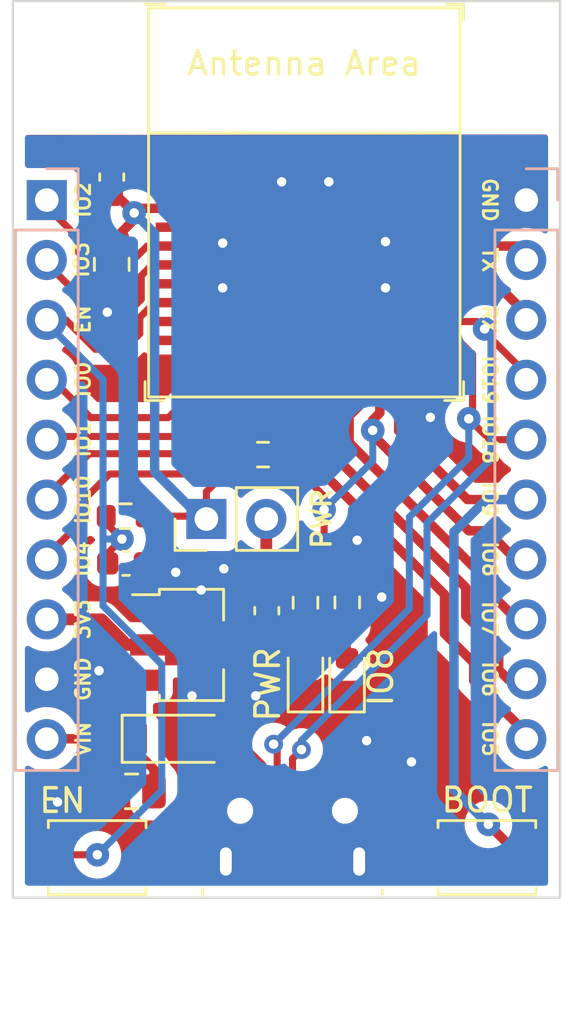
<source format=kicad_pcb>
(kicad_pcb (version 20211014) (generator pcbnew)
  (layers (0 "F.Cu" signal) (31 "B.Cu" signal) (34 "B.Paste" user) (35 "F.Paste" user) (36 "B.SilkS" user "B.Silkscreen") (37 "F.SilkS" user "F.Silkscreen") (38 "B.Mask" user) (39 "F.Mask" user) (44 "Edge.Cuts" user))
  (net 0 "")
  (net 1 "GND")
  (net 2 "/GPIO9")
  (net 3 "/EN")
  (net 4 "/VBUS")
  (net 5 "/VCC")
  (net 6 "Net-(D1-Pad2)")
  (net 7 "Net-(D2-Pad2)")
  (net 8 "/USB-")
  (net 9 "/USB+")
  (net 11 "/GPIO8")
  (net 13 "/GPIO2")
  (net 14 "/GPIO3")
  (net 18 "/GPIO0")
  (net 19 "/GPIO1")
  (net 21 "/GPIO10")
  (net 23 "/GPIO4")
  (net 24 "/GPIO5")
  (net 25 "/GPIO6")
  (net 26 "/GPIO7")
  (net 31 "/U0RX")
  (net 32 "/U0TX")
  (net 37 "Net-(D3-Pad2)")
  (net 38 "/CHIPPU")
  (footprint "LED_SMD:LED_0603_1608Metric" (layer "F.Cu") (at 137.71 81.5975 90)
    (fp_text reference "D1" hide)
    (fp_text value "PWR" (at -0.3125 -1.6 90) (layer "F.SilkS"))
    (fp_line (start -1.485 0.735) (end 0.8 0.735) (layer "F.SilkS") (width 0.12))
    (fp_line (start 0.8 -0.735) (end -1.485 -0.735) (layer "F.SilkS") (width 0.12))
    (fp_line (start -1.485 -0.735) (end -1.485 0.735) (layer "F.SilkS") (width 0.12))
    (pad "1" smd roundrect (at -0.7875 0 90) (size 0.875 0.95) (layers "F.Cu" "F.Paste" "F.Mask") (net 1 "GND"))
    (pad "2" smd roundrect (at 0.7875 0 90) (size 0.875 0.95) (layers "F.Cu" "F.Paste" "F.Mask") (net 6 "Net-(D1-Pad2)"))
  )
  (footprint "Button_Switch_SMD:SW_Push_SPST_NO_Alps_SKRK" (layer "F.Cu") (at 128.8827 89.26 180)
    (fp_text reference "SW1" hide)
    (fp_text value "EN" (at 1.4727 2.42) (layer "F.SilkS"))
    (fp_line (start 2.07 -1.57) (end 2.07 -1.27) (layer "F.SilkS") (width 0.12))
    (fp_line (start 2.07 1.57) (end -2.07 1.57) (layer "F.SilkS") (width 0.12))
    (fp_line (start -2.07 -1.57) (end 2.07 -1.57) (layer "F.SilkS") (width 0.12))
    (fp_line (start -2.07 -1.27) (end -2.07 -1.57) (layer "F.SilkS") (width 0.12))
    (fp_line (start -2.07 1.57) (end -2.07 1.27) (layer "F.SilkS") (width 0.12))
    (fp_line (start 2.07 1.27) (end 2.07 1.57) (layer "F.SilkS") (width 0.12))
    (pad "1" smd roundrect (at -2.1 0 180) (size 0.8 2) (layers "F.Cu" "F.Paste" "F.Mask") (net 1 "GND"))
    (pad "2" smd roundrect (at 2.1 0 180) (size 0.8 2) (layers "F.Cu" "F.Paste" "F.Mask") (net 3 "/EN"))
  )
  (footprint "Espressif:ESP32-C3-MINI-1" (layer "F.Cu") (at 137.66 64.125)
    (fp_text reference "U1" hide)
    (fp_text value "ESP32-C3-MINI-1")
    (fp_text user "Antenna Area" (at 0 -8.55) (layer "F.SilkS"))
    (fp_line (start -6.6 5.6) (end -6.6 -10.9) (layer "F.SilkS") (width 0.12))
    (fp_line (start 6 -11.05) (end 6.75 -11.05) (layer "F.SilkS") (width 0.12))
    (fp_line (start 6.6 5.6) (end -6.6 5.6) (layer "F.SilkS") (width 0.12))
    (fp_line (start -6.6 -5.6) (end 6.6 -5.6) (layer "F.SilkS") (width 0.12))
    (fp_line (start 6.6 -10.9) (end 6.6 5.6) (layer "F.SilkS") (width 0.12))
    (fp_line (start -6.75 5.75) (end -5.95 5.75) (layer "F.SilkS") (width 0.12))
    (fp_line (start -6.6 -10.9) (end 6.6 -10.9) (layer "F.SilkS") (width 0.12))
    (fp_line (start -6.75 4.95) (end -6.75 5.75) (layer "F.SilkS") (width 0.12))
    (fp_line (start 6.75 5.75) (end 5.95 5.75) (layer "F.SilkS") (width 0.12))
    (fp_line (start 6.75 4.95) (end 6.75 5.75) (layer "F.SilkS") (width 0.12))
    (fp_line (start 6.75 -11.05) (end 6.75 -10.4) (layer "F.SilkS") (width 0.12))
    (fp_line (start -5.9 -11.05) (end -6.75 -11.05) (layer "F.SilkS") (width 0.12))
    (pad "1" smd rect locked (at -5.9 -4 90) (size 0.4 0.8) (layers "F.Cu" "F.Paste" "F.Mask") (net 1 "GND"))
    (pad "2" smd rect locked (at -5.9 -3.2 90) (size 0.4 0.8) (layers "F.Cu" "F.Paste" "F.Mask") (net 1 "GND"))
    (pad "3" smd rect locked (at -5.9 -2.4 90) (size 0.4 0.8) (layers "F.Cu" "F.Paste" "F.Mask") (net 38 "/CHIPPU"))
    (pad "4" smd rect locked (at -5.9 -1.6 90) (size 0.4 0.8) (layers "F.Cu" "F.Paste" "F.Mask"))
    (pad "5" smd rect locked (at -5.9 -0.8 90) (size 0.4 0.8) (layers "F.Cu" "F.Paste" "F.Mask") (net 13 "/GPIO2"))
    (pad "6" smd rect locked (at -5.9 0 90) (size 0.4 0.8) (layers "F.Cu" "F.Paste" "F.Mask") (net 14 "/GPIO3"))
    (pad "7" smd rect locked (at -5.9 0.8 90) (size 0.4 0.8) (layers "F.Cu" "F.Paste" "F.Mask"))
    (pad "8" smd rect locked (at -5.9 1.6 90) (size 0.4 0.8) (layers "F.Cu" "F.Paste" "F.Mask") (net 3 "/EN"))
    (pad "9" smd rect locked (at -5.9 2.4 90) (size 0.4 0.8) (layers "F.Cu" "F.Paste" "F.Mask"))
    (pad "10" smd rect locked (at -5.9 3.2 90) (size 0.4 0.8) (layers "F.Cu" "F.Paste" "F.Mask"))
    (pad "11" smd rect locked (at -5.9 4 90) (size 0.4 0.8) (layers "F.Cu" "F.Paste" "F.Mask") (net 1 "GND"))
    (pad "12" smd rect locked (at -4.8 4.9) (size 0.4 0.8) (layers "F.Cu" "F.Paste" "F.Mask") (net 18 "/GPIO0"))
    (pad "13" smd rect locked (at -4 4.9) (size 0.4 0.8) (layers "F.Cu" "F.Paste" "F.Mask") (net 19 "/GPIO1"))
    (pad "14" smd rect locked (at -3.2 4.9) (size 0.4 0.8) (layers "F.Cu" "F.Paste" "F.Mask") (net 1 "GND"))
    (pad "15" smd rect locked (at -2.4 4.9) (size 0.4 0.8) (layers "F.Cu" "F.Paste" "F.Mask"))
    (pad "16" smd rect locked (at -1.6 4.9) (size 0.4 0.8) (layers "F.Cu" "F.Paste" "F.Mask") (net 21 "/GPIO10"))
    (pad "17" smd rect locked (at -0.8 4.9) (size 0.4 0.8) (layers "F.Cu" "F.Paste" "F.Mask"))
    (pad "18" smd rect locked (at 0 4.9) (size 0.4 0.8) (layers "F.Cu" "F.Paste" "F.Mask") (net 23 "/GPIO4"))
    (pad "19" smd rect locked (at 0.8 4.9) (size 0.4 0.8) (layers "F.Cu" "F.Paste" "F.Mask") (net 24 "/GPIO5"))
    (pad "20" smd rect locked (at 1.6 4.9) (size 0.4 0.8) (layers "F.Cu" "F.Paste" "F.Mask") (net 25 "/GPIO6"))
    (pad "21" smd rect locked (at 2.4 4.9) (size 0.4 0.8) (layers "F.Cu" "F.Paste" "F.Mask") (net 26 "/GPIO7"))
    (pad "22" smd rect locked (at 3.2 4.9) (size 0.4 0.8) (layers "F.Cu" "F.Paste" "F.Mask") (net 11 "/GPIO8"))
    (pad "23" smd rect locked (at 4 4.9) (size 0.4 0.8) (layers "F.Cu" "F.Paste" "F.Mask") (net 2 "/GPIO9"))
    (pad "24" smd rect locked (at 4.8 4.9) (size 0.4 0.8) (layers "F.Cu" "F.Paste" "F.Mask"))
    (pad "25" smd rect locked (at 5.9 4 90) (size 0.4 0.8) (layers "F.Cu" "F.Paste" "F.Mask"))
    (pad "26" smd rect locked (at 5.9 3.2 90) (size 0.4 0.8) (layers "F.Cu" "F.Paste" "F.Mask") (net 8 "/USB-"))
    (pad "27" smd rect locked (at 5.9 2.4 90) (size 0.4 0.8) (layers "F.Cu" "F.Paste" "F.Mask") (net 9 "/USB+"))
    (pad "28" smd rect locked (at 5.9 1.6 90) (size 0.4 0.8) (layers "F.Cu" "F.Paste" "F.Mask"))
    (pad "29" smd rect locked (at 5.9 0.8 90) (size 0.4 0.8) (layers "F.Cu" "F.Paste" "F.Mask"))
    (pad "30" smd rect locked (at 5.9 0 90) (size 0.4 0.8) (layers "F.Cu" "F.Paste" "F.Mask") (net 31 "/U0RX"))
    (pad "31" smd rect locked (at 5.9 -0.8 90) (size 0.4 0.8) (layers "F.Cu" "F.Paste" "F.Mask") (net 32 "/U0TX"))
    (pad "32" smd rect locked (at 5.9 -1.6 90) (size 0.4 0.8) (layers "F.Cu" "F.Paste" "F.Mask"))
    (pad "33" smd rect locked (at 5.9 -2.4 90) (size 0.4 0.8) (layers "F.Cu" "F.Paste" "F.Mask"))
    (pad "34" smd rect locked (at 5.9 -3.2 90) (size 0.4 0.8) (layers "F.Cu" "F.Paste" "F.Mask"))
    (pad "35" smd rect locked (at 5.9 -4 90) (size 0.4 0.8) (layers "F.Cu" "F.Paste" "F.Mask"))
    (pad "36" smd rect locked (at 0.8 -4.9) (size 0.4 0.8) (layers "F.Cu" "F.Paste" "F.Mask") (net 1 "GND"))
    (pad "36" smd rect locked (at 0 -4.9) (size 0.4 0.8) (layers "F.Cu" "F.Paste" "F.Mask") (net 1 "GND"))
    (pad "36" smd rect locked (at 1.6 -4.9) (size 0.4 0.8) (layers "F.Cu" "F.Paste" "F.Mask") (net 1 "GND"))
    (pad "36" smd rect locked (at 3.2 -4.9) (size 0.4 0.8) (layers "F.Cu" "F.Paste" "F.Mask") (net 1 "GND"))
    (pad "36" smd rect locked (at 5.95 -4.95 90) (size 0.7 0.7) (layers "F.Cu" "F.Paste" "F.Mask") (net 1 "GND"))
    (pad "36" smd rect locked (at -0.8 -4.9) (size 0.4 0.8) (layers "F.Cu" "F.Paste" "F.Mask") (net 1 "GND"))
    (pad "36" smd rect locked (at -4 -4.9) (size 0.4 0.8) (layers "F.Cu" "F.Paste" "F.Mask") (net 1 "GND"))
    (pad "36" smd rect locked (at -3.2 -4.9) (size 0.4 0.8) (layers "F.Cu" "F.Paste" "F.Mask") (net 1 "GND"))
    (pad "36" smd rect locked (at 0 -1.975 90) (size 1.45 1.45) (layers "F.Cu" "F.Paste" "F.Mask") (net 1 "GND"))
    (pad "36" smd rect locked (at 1.975 0 90) (size 1.45 1.45) (layers "F.Cu" "F.Paste" "F.Mask") (net 1 "GND"))
    (pad "36" smd rect locked (at 4.8 -4.9) (size 0.4 0.8) (layers "F.Cu" "F.Paste" "F.Mask") (net 1 "GND"))
    (pad "36" smd rect locked (at 1.975 -1.975 90) (size 1.45 1.45) (layers "F.Cu" "F.Paste" "F.Mask") (net 1 "GND"))
    (pad "36" smd rect locked (at 0 0 90) (size 1.45 1.45) (layers "F.Cu" "F.Paste" "F.Mask") (net 1 "GND"))
    (pad "36" smd rect locked (at -2.4 -4.9) (size 0.4 0.8) (layers "F.Cu" "F.Paste" "F.Mask") (net 1 "GND"))
    (pad "36" smd rect locked (at 4 -4.9) (size 0.4 0.8) (layers "F.Cu" "F.Paste" "F.Mask") (net 1 "GND"))
    (pad "36" smd custom locked (at -1.975 -1.975) (size 0.8 0.8) (layers "F.Cu" "F.Paste" "F.Mask") (net 1 "GND") (options (clearance outline) (anchor rect)) (primitives (gr_poly (pts (xy -0.725 0.725) (xy 0.725 0.725) (xy 0.725 -0.725) (xy -0.125 -0.725) (xy -0.725 -0.125)) (width 0) (fill yes))))
    (pad "36" smd rect locked (at -5.95 4.95 90) (size 0.7 0.7) (layers "F.Cu" "F.Paste" "F.Mask") (net 1 "GND"))
    (pad "36" smd rect locked (at 2.4 -4.9) (size 0.4 0.8) (layers "F.Cu" "F.Paste" "F.Mask") (net 1 "GND"))
    (pad "36" smd rect locked (at -1.6 -4.9) (size 0.4 0.8) (layers "F.Cu" "F.Paste" "F.Mask") (net 1 "GND"))
    (pad "36" smd rect locked (at -1.975 1.975 90) (size 1.45 1.45) (layers "F.Cu" "F.Paste" "F.Mask") (net 1 "GND"))
    (pad "36" smd rect locked (at -4.8 -4.9) (size 0.4 0.8) (layers "F.Cu" "F.Paste" "F.Mask") (net 1 "GND"))
    (pad "36" smd rect locked (at -1.975 0.05 90) (size 1.45 1.45) (layers "F.Cu" "F.Paste" "F.Mask") (net 1 "GND"))
    (pad "36" smd rect locked (at -5.95 -4.95 90) (size 0.7 0.7) (layers "F.Cu" "F.Paste" "F.Mask") (net 1 "GND"))
    (pad "36" smd rect locked (at 1.975 1.975 90) (size 1.45 1.45) (layers "F.Cu" "F.Paste" "F.Mask") (net 1 "GND"))
    (pad "36" smd rect locked (at 0 1.975 90) (size 1.45 1.45) (layers "F.Cu" "F.Paste" "F.Mask") (net 1 "GND"))
    (pad "36" smd rect locked (at 5.95 4.95 90) (size 0.7 0.7) (layers "F.Cu" "F.Paste" "F.Mask") (net 1 "GND"))
  )
  (footprint "MUP-U513:MUP-U513" (layer "F.Cu") (at 137.16 88.475)
    (fp_text reference "J1" hide)
    (fp_text value "USB_B_Micro")
    (fp_line (start 3.81 2.36) (end 3.81 2.15) (layer "F.SilkS") (width 0.12))
    (fp_line (start -3.81 2.36) (end -3.81 2.15) (layer "F.SilkS") (width 0.12))
    (pad "" np_thru_hole circle (at -2.222 -1.2) (size 0.6 0.6) (drill 0.6) (layers F&B.Cu *.Mask) (clearance 0.001))
    (pad "" np_thru_hole circle (at 2.222 -1.2) (size 0.6 0.6) (drill 0.6) (layers F&B.Cu *.Mask) (clearance 0.001))
    (pad "1" smd rect (at -1.3 -1.775) (size 0.4 1.45) (layers "F.Cu" "F.Paste" "F.Mask") (net 37 "Net-(D3-Pad2)"))
    (pad "2" smd rect (at -0.65 -1.775) (size 0.4 1.45) (layers "F.Cu" "F.Paste" "F.Mask") (net 8 "/USB-"))
    (pad "3" smd rect (at 0 -1.775) (size 0.4 1.45) (layers "F.Cu" "F.Paste" "F.Mask") (net 9 "/USB+"))
    (pad "4" smd rect (at 0.65 -1.775) (size 0.4 1.45) (layers "F.Cu" "F.Paste" "F.Mask"))
    (pad "5" smd rect (at 1.3 -1.775) (size 0.4 1.45) (layers "F.Cu" "F.Paste" "F.Mask") (net 1 "GND"))
    (pad "6" smd rect (at -1.05 0.95) (size 1.6 1.9) (layers "F.Cu" "F.Paste" "F.Mask") (net 1 "GND"))
    (pad "6" thru_hole oval (at 2.825 0.95) (size 1.1 1.8) (drill oval 0.5 1.2) (layers *.Cu *.Mask) (net 1 "GND"))
    (pad "6" thru_hole oval (at -2.825 0.95 180) (size 1.1 1.8) (drill oval 0.5 1.2) (layers *.Cu *.Mask) (net 1 "GND"))
    (pad "6" smd rect (at 1.05 0.95) (size 1.6 1.9) (layers "F.Cu" "F.Paste" "F.Mask") (net 1 "GND"))
    (pad "6" smd rect (at 3.6 -1.6) (size 1.5 1.6) (layers "F.Cu" "F.Paste" "F.Mask") (net 1 "GND"))
    (pad "6" smd rect (at -3.6 -1.6) (size 1.5 1.6) (layers "F.Cu" "F.Paste" "F.Mask") (net 1 "GND"))
  )
  (footprint "Capacitor_SMD:C_0603_1608Metric" (layer "F.Cu") (at 129.5 60.4 90)
    (fp_text reference "C3" hide)
    (fp_text value "100n")
    (fp_line (start -0.14058 0.51) (end 0.14058 0.51) (layer "F.SilkS") (width 0.12))
    (fp_line (start -0.14058 -0.51) (end 0.14058 -0.51) (layer "F.SilkS") (width 0.12))
    (pad "1" smd roundrect (at -0.775 0 90) (size 0.9 0.95) (layers "F.Cu" "F.Paste" "F.Mask") (net 38 "/CHIPPU"))
    (pad "2" smd roundrect (at 0.775 0 90) (size 0.9 0.95) (layers "F.Cu" "F.Paste" "F.Mask") (net 1 "GND"))
  )
  (footprint "Resistor_SMD:R_0603_1608Metric" (layer "F.Cu") (at 137.71 78.45 -90)
    (fp_text reference "R3" hide)
    (fp_text value "1k")
    (fp_line (start -0.237258 -0.5225) (end 0.237258 -0.5225) (layer "F.SilkS") (width 0.12))
    (fp_line (start -0.237258 0.5225) (end 0.237258 0.5225) (layer "F.SilkS") (width 0.12))
    (pad "1" smd roundrect (at -0.825 0 270) (size 0.8 0.95) (layers "F.Cu" "F.Paste" "F.Mask") (net 5 "/VCC"))
    (pad "2" smd roundrect (at 0.825 0 270) (size 0.8 0.95) (layers "F.Cu" "F.Paste" "F.Mask") (net 6 "Net-(D1-Pad2)"))
  )
  (footprint "Capacitor_SMD:C_0603_1608Metric" (layer "F.Cu") (at 136.07 78.79 -90)
    (fp_text reference "C5" hide)
    (fp_text value "1u")
    (fp_line (start -0.14058 0.51) (end 0.14058 0.51) (layer "F.SilkS") (width 0.12))
    (fp_line (start -0.14058 -0.51) (end 0.14058 -0.51) (layer "F.SilkS") (width 0.12))
    (pad "1" smd roundrect (at -0.775 0 270) (size 0.9 0.95) (layers "F.Cu" "F.Paste" "F.Mask") (net 5 "/VCC"))
    (pad "2" smd roundrect (at 0.775 0 270) (size 0.9 0.95) (layers "F.Cu" "F.Paste" "F.Mask") (net 1 "GND"))
  )
  (footprint "Diode_SMD:D_SOD-123" (layer "F.Cu") (at 132.19 84.22)
    (fp_text reference "D3" hide)
    (fp_text value "1N5819")
    (fp_line (start -2.25 -1) (end 1.65 -1) (layer "F.SilkS") (width 0.12))
    (fp_line (start -2.25 1) (end 1.65 1) (layer "F.SilkS") (width 0.12))
    (fp_line (start -2.25 -1) (end -2.25 1) (layer "F.SilkS") (width 0.12))
    (pad "1" smd rect (at -1.65 0) (size 0.9 1.2) (layers "F.Cu" "F.Paste" "F.Mask") (net 4 "/VBUS"))
    (pad "2" smd rect (at 1.65 0) (size 0.9 1.2) (layers "F.Cu" "F.Paste" "F.Mask") (net 37 "Net-(D3-Pad2)"))
  )
  (footprint "Capacitor_SMD:C_0805_2012Metric" (layer "F.Cu") (at 129.5 64.1 -90)
    (fp_text reference "C2" hide)
    (fp_text value "10u")
    (fp_line (start -0.261252 0.735) (end 0.261252 0.735) (layer "F.SilkS") (width 0.12))
    (fp_line (start -0.261252 -0.735) (end 0.261252 -0.735) (layer "F.SilkS") (width 0.12))
    (pad "1" smd roundrect (at -0.95 0 270) (size 1 1.45) (layers "F.Cu" "F.Paste" "F.Mask") (net 38 "/CHIPPU"))
    (pad "2" smd roundrect (at 0.95 0 270) (size 1 1.45) (layers "F.Cu" "F.Paste" "F.Mask") (net 1 "GND"))
  )
  (footprint "Connector_PinHeader_2.54mm:PinHeader_1x02_P2.54mm_Vertical" (layer "F.Cu") (at 133.51 74.9 90)
    (fp_text reference "J2" hide)
    (fp_text value "PWR" (at 0.01 4.88 90) (layer "F.SilkS") (effects (font (size 0.8 0.8))))
    (fp_line (start -1.33 1.27) (end 1.33 1.27) (layer "F.SilkS") (width 0.12))
    (fp_line (start 1.33 1.27) (end 1.33 3.87) (layer "F.SilkS") (width 0.12))
    (fp_line (start -1.33 -1.33) (end 0 -1.33) (layer "F.SilkS") (width 0.12))
    (fp_line (start -1.33 1.27) (end -1.33 3.87) (layer "F.SilkS") (width 0.12))
    (fp_line (start -1.33 0) (end -1.33 -1.33) (layer "F.SilkS") (width 0.12))
    (fp_line (start -1.33 3.87) (end 1.33 3.87) (layer "F.SilkS") (width 0.12))
    (pad "1" thru_hole rect (at 0 0 90) (size 1.7 1.7) (drill 1) (layers *.Cu *.Mask) (net 38 "/CHIPPU"))
    (pad "2" thru_hole oval (at 0 2.54 90) (size 1.7 1.7) (drill 1) (layers *.Cu *.Mask) (net 5 "/VCC"))
  )
  (footprint "Resistor_SMD:R_0603_1608Metric" (layer "F.Cu") (at 130.09 74.78 180)
    (fp_text reference "R2" hide)
    (fp_text value "10k")
    (fp_line (start -0.237258 -0.5225) (end 0.237258 -0.5225) (layer "F.SilkS") (width 0.12))
    (fp_line (start -0.237258 0.5225) (end 0.237258 0.5225) (layer "F.SilkS") (width 0.12))
    (pad "1" smd roundrect (at -0.825 0 180) (size 0.8 0.95) (layers "F.Cu" "F.Paste" "F.Mask") (net 38 "/CHIPPU"))
    (pad "2" smd roundrect (at 0.825 0 180) (size 0.8 0.95) (layers "F.Cu" "F.Paste" "F.Mask") (net 3 "/EN"))
  )
  (footprint "Capacitor_SMD:C_0603_1608Metric" (layer "F.Cu") (at 130.105 76.78)
    (fp_text reference "C1" hide)
    (fp_text value "1u")
    (fp_line (start -0.14058 -0.51) (end 0.14058 -0.51) (layer "F.SilkS") (width 0.12))
    (fp_line (start -0.14058 0.51) (end 0.14058 0.51) (layer "F.SilkS") (width 0.12))
    (pad "1" smd roundrect (at -0.775 0) (size 0.9 0.95) (layers "F.Cu" "F.Paste" "F.Mask") (net 3 "/EN"))
    (pad "2" smd roundrect (at 0.775 0) (size 0.9 0.95) (layers "F.Cu" "F.Paste" "F.Mask") (net 1 "GND"))
  )
  (footprint "Package_TO_SOT_SMD:SOT-89-3" (layer "F.Cu") (at 132.58 80.24)
    (fp_text reference "U2" hide)
    (fp_text value "AZ1117-3.3")
    (fp_line (start 1.66 2.36) (end -1.06 2.36) (layer "F.SilkS") (width 0.12))
    (fp_line (start 1.66 1.05) (end 1.66 2.36) (layer "F.SilkS") (width 0.12))
    (fp_line (start -1.06 2.36) (end -1.06 2.13) (layer "F.SilkS") (width 0.12))
    (fp_line (start 1.66 -2.36) (end 1.66 -1.05) (layer "F.SilkS") (width 0.12))
    (fp_line (start -2.2 -2.13) (end -1.06 -2.13) (layer "F.SilkS") (width 0.12))
    (fp_line (start -1.06 -2.36) (end -1.06 -2.13) (layer "F.SilkS") (width 0.12))
    (fp_line (start -1.06 -2.36) (end 1.66 -2.36) (layer "F.SilkS") (width 0.12))
    (pad "1" smd rect (at -1.65 -1.5) (size 1.3 0.9) (layers "F.Cu" "F.Paste" "F.Mask") (net 1 "GND"))
    (pad "2" smd custom (at -1.5625 0) (size 1.475 0.9) (layers "F.Cu" "F.Paste" "F.Mask") (net 5 "/VCC") (options (clearance outline) (anchor rect)) (primitives (gr_poly (pts (xy 3.8625 0.8665) (xy 0.7375 0.8665) (xy 0.7375 -0.8665) (xy 3.8625 -0.8665)) (width 0) (fill yes))))
    (pad "3" smd rect (at -1.65 1.5) (size 1.3 0.9) (layers "F.Cu" "F.Paste" "F.Mask") (net 4 "/VBUS"))
  )
  (footprint "Resistor_SMD:R_0603_1608Metric" (layer "F.Cu") (at 139.48 78.44 -90)
    (fp_text reference "R4" hide)
    (fp_text value "1k")
    (fp_line (start -0.237258 0.5225) (end 0.237258 0.5225) (layer "F.SilkS") (width 0.12))
    (fp_line (start -0.237258 -0.5225) (end 0.237258 -0.5225) (layer "F.SilkS") (width 0.12))
    (pad "1" smd roundrect (at -0.825 0 270) (size 0.8 0.95) (layers "F.Cu" "F.Paste" "F.Mask") (net 11 "/GPIO8"))
    (pad "2" smd roundrect (at 0.825 0 270) (size 0.8 0.95) (layers "F.Cu" "F.Paste" "F.Mask") (net 7 "Net-(D2-Pad2)"))
  )
  (footprint "Capacitor_SMD:C_0805_2012Metric" (layer "F.Cu") (at 130.34 86.45 180)
    (fp_text reference "C4" hide)
    (fp_text value "10u")
    (fp_line (start -0.261252 -0.735) (end 0.261252 -0.735) (layer "F.SilkS") (width 0.12))
    (fp_line (start -0.261252 0.735) (end 0.261252 0.735) (layer "F.SilkS") (width 0.12))
    (pad "1" smd roundrect (at -0.95 0 180) (size 1 1.45) (layers "F.Cu" "F.Paste" "F.Mask") (net 4 "/VBUS"))
    (pad "2" smd roundrect (at 0.95 0 180) (size 1 1.45) (layers "F.Cu" "F.Paste" "F.Mask") (net 1 "GND"))
  )
  (footprint "Resistor_SMD:R_0603_1608Metric" (layer "F.Cu") (at 135.91 72.17)
    (fp_text reference "R1" hide)
    (fp_text value "10k")
    (fp_line (start -0.237258 -0.5225) (end 0.237258 -0.5225) (layer "F.SilkS") (width 0.12))
    (fp_line (start -0.237258 0.5225) (end 0.237258 0.5225) (layer "F.SilkS") (width 0.12))
    (pad "1" smd roundrect (at -0.825 0) (size 0.8 0.95) (layers "F.Cu" "F.Paste" "F.Mask") (net 38 "/CHIPPU"))
    (pad "2" smd roundrect (at 0.825 0) (size 0.8 0.95) (layers "F.Cu" "F.Paste" "F.Mask") (net 11 "/GPIO8"))
  )
  (footprint "LED_SMD:LED_0603_1608Metric" (layer "F.Cu") (at 139.470949 81.6 90)
    (fp_text reference "D2" hide)
    (fp_text value "IO8" (at 0 1.43 90) (layer "F.SilkS"))
    (fp_line (start 0.8 -0.735) (end -1.485 -0.735) (layer "F.SilkS") (width 0.12))
    (fp_line (start -1.485 -0.735) (end -1.485 0.735) (layer "F.SilkS") (width 0.12))
    (fp_line (start -1.485 0.735) (end 0.8 0.735) (layer "F.SilkS") (width 0.12))
    (pad "1" smd roundrect (at -0.7875 0 90) (size 0.875 0.95) (layers "F.Cu" "F.Paste" "F.Mask") (net 1 "GND"))
    (pad "2" smd roundrect (at 0.7875 0 90) (size 0.875 0.95) (layers "F.Cu" "F.Paste" "F.Mask") (net 7 "Net-(D2-Pad2)"))
  )
  (footprint "Button_Switch_SMD:SW_Push_SPST_NO_Alps_SKRK" (layer "F.Cu") (at 145.397158 89.26)
    (fp_text reference "SW2" hide)
    (fp_text value "BOOT" (at 0.012842 -2.44) (layer "F.SilkS"))
    (fp_line (start -2.07 1.57) (end -2.07 1.27) (layer "F.SilkS") (width 0.12))
    (fp_line (start -2.07 -1.57) (end 2.07 -1.57) (layer "F.SilkS") (width 0.12))
    (fp_line (start -2.07 -1.27) (end -2.07 -1.57) (layer "F.SilkS") (width 0.12))
    (fp_line (start 2.07 1.27) (end 2.07 1.57) (layer "F.SilkS") (width 0.12))
    (fp_line (start 2.07 -1.57) (end 2.07 -1.27) (layer "F.SilkS") (width 0.12))
    (fp_line (start 2.07 1.57) (end -2.07 1.57) (layer "F.SilkS") (width 0.12))
    (pad "1" smd roundrect (at -2.1 0) (size 0.8 2) (layers "F.Cu" "F.Paste" "F.Mask") (net 1 "GND"))
    (pad "2" smd roundrect (at 2.1 0) (size 0.8 2) (layers "F.Cu" "F.Paste" "F.Mask") (net 2 "/GPIO9"))
  )
  (footprint "Connector_PinHeader_2.54mm:PinHeader_1x10_P2.54mm_Vertical" (layer "B.Cu") (at 126.746 61.375 180)
    (fp_text reference "J3" hide)
    (fp_text value "Conn")
    (fp_line (start -1.33 0) (end -1.33 1.33) (layer "B.SilkS") (width 0.12))
    (fp_line (start -1.33 -1.27) (end 1.33 -1.27) (layer "B.SilkS") (width 0.12))
    (fp_line (start -1.33 -1.27) (end -1.33 -24.19) (layer "B.SilkS") (width 0.12))
    (fp_line (start 1.33 -1.27) (end 1.33 -24.19) (layer "B.SilkS") (width 0.12))
    (fp_line (start -1.33 -24.19) (end 1.33 -24.19) (layer "B.SilkS") (width 0.12))
    (fp_line (start -1.33 1.33) (end 0 1.33) (layer "B.SilkS") (width 0.12))
    (pad "1" thru_hole rect (at 0 0 180) (size 1.7 1.7) (drill 1) (layers *.Cu *.Mask) (net 13 "/GPIO2"))
    (pad "2" thru_hole oval (at 0 -2.54 180) (size 1.7 1.7) (drill 1) (layers *.Cu *.Mask) (net 14 "/GPIO3"))
    (pad "3" thru_hole oval (at 0 -5.08 180) (size 1.7 1.7) (drill 1) (layers *.Cu *.Mask) (net 3 "/EN"))
    (pad "4" thru_hole oval (at 0 -7.62 180) (size 1.7 1.7) (drill 1) (layers *.Cu *.Mask) (net 18 "/GPIO0"))
    (pad "5" thru_hole oval (at 0 -10.16 180) (size 1.7 1.7) (drill 1) (layers *.Cu *.Mask) (net 19 "/GPIO1"))
    (pad "6" thru_hole oval (at 0 -12.7 180) (size 1.7 1.7) (drill 1) (layers *.Cu *.Mask) (net 21 "/GPIO10"))
    (pad "7" thru_hole oval (at 0 -15.24 180) (size 1.7 1.7) (drill 1) (layers *.Cu *.Mask) (net 23 "/GPIO4"))
    (pad "8" thru_hole oval (at 0 -17.78 180) (size 1.7 1.7) (drill 1) (layers *.Cu *.Mask) (net 5 "/VCC"))
    (pad "9" thru_hole oval (at 0 -20.32 180) (size 1.7 1.7) (drill 1) (layers *.Cu *.Mask) (net 1 "GND"))
    (pad "10" thru_hole oval (at 0 -22.86 180) (size 1.7 1.7) (drill 1) (layers *.Cu *.Mask) (net 4 "/VBUS"))
  )
  (footprint "Connector_PinHeader_2.54mm:PinHeader_1x10_P2.54mm_Vertical" (layer "B.Cu") (at 147.066 61.375 180)
    (fp_text reference "J4" hide)
    (fp_text value "Conn")
    (fp_line (start 1.33 -1.27) (end 1.33 -24.19) (layer "B.SilkS") (width 0.12))
    (fp_line (start -1.33 0) (end -1.33 1.33) (layer "B.SilkS") (width 0.12))
    (fp_line (start -1.33 -24.19) (end 1.33 -24.19) (layer "B.SilkS") (width 0.12))
    (fp_line (start -1.33 -1.27) (end 1.33 -1.27) (layer "B.SilkS") (width 0.12))
    (fp_line (start -1.33 1.33) (end 0 1.33) (layer "B.SilkS") (width 0.12))
    (fp_line (start -1.33 -1.27) (end -1.33 -24.19) (layer "B.SilkS") (width 0.12))
    (pad "1" thru_hole rect (at 0 0 180) (size 1.7 1.7) (drill 1) (layers *.Cu *.Mask) (net 1 "GND"))
    (pad "2" thru_hole oval (at 0 -2.54 180) (size 1.7 1.7) (drill 1) (layers *.Cu *.Mask) (net 32 "/U0TX"))
    (pad "3" thru_hole oval (at 0 -5.08 180) (size 1.7 1.7) (drill 1) (layers *.Cu *.Mask) (net 31 "/U0RX"))
    (pad "4" thru_hole oval (at 0 -7.62 180) (size 1.7 1.7) (drill 1) (layers *.Cu *.Mask) (net 9 "/USB+"))
    (pad "5" thru_hole oval (at 0 -10.16 180) (size 1.7 1.7) (drill 1) (layers *.Cu *.Mask) (net 8 "/USB-"))
    (pad "6" thru_hole oval (at 0 -12.7 180) (size 1.7 1.7) (drill 1) (layers *.Cu *.Mask) (net 2 "/GPIO9"))
    (pad "7" thru_hole oval (at 0 -15.24 180) (size 1.7 1.7) (drill 1) (layers *.Cu *.Mask) (net 11 "/GPIO8"))
    (pad "8" thru_hole oval (at 0 -17.78 180) (size 1.7 1.7) (drill 1) (layers *.Cu *.Mask) (net 26 "/GPIO7"))
    (pad "9" thru_hole oval (at 0 -20.32 180) (size 1.7 1.7) (drill 1) (layers *.Cu *.Mask) (net 25 "/GPIO6"))
    (pad "10" thru_hole oval (at 0 -22.86 180) (size 1.7 1.7) (drill 1) (layers *.Cu *.Mask) (net 24 "/GPIO5"))
  )
  (gr_rect (start 125.31 52.94) (end 148.5 90.96) (layer "Edge.Cuts") (width 0.1) (fill none))
  (gr_text "IO0" (at 128.285203 68.98 90) (layer "F.SilkS") (effects (font (size 0.6 0.6) (thickness 0.125))))
  (gr_text "IO10" (at 128.28 74.08 90) (layer "F.SilkS") (effects (font (size 0.6 0.6) (thickness 0.125))))
  (gr_text "IO9" (at 145.516818 74.07 270) (layer "F.SilkS") (effects (font (size 0.6 0.6) (thickness 0.125))))
  (gr_text "IO8" (at 145.527843 76.6 270) (layer "F.SilkS") (effects (font (size 0.6 0.6) (thickness 0.125))))
  (gr_text "VIN" (at 128.293117 84.23 90) (layer "F.SilkS") (effects (font (size 0.6 0.6) (thickness 0.125))))
  (gr_text "3V3" (at 128.277732 79.15 90) (layer "F.SilkS") (effects (font (size 0.6 0.6) (thickness 0.125))))
  (gr_text "IO6" (at 145.51672 81.69 270) (layer "F.SilkS") (effects (font (size 0.6 0.6) (thickness 0.125))))
  (gr_text "IO7" (at 145.507632 79.14 270) (layer "F.SilkS") (effects (font (size 0.6 0.6) (thickness 0.125))))
  (gr_text "IO3" (at 128.22 63.91 90) (layer "F.SilkS") (effects (font (size 0.6 0.6) (thickness 0.125))))
  (gr_text "EN" (at 128.278934 66.44 90) (layer "F.SilkS") (effects (font (size 0.6 0.6) (thickness 0.125))))
  (gr_text "GND" (at 128.286339 81.69 90) (layer "F.SilkS") (effects (font (size 0.6 0.6) (thickness 0.125))))
  (gr_text "IO2" (at 128.289404 61.37 90) (layer "F.SilkS") (effects (font (size 0.6 0.6) (thickness 0.125))))
  (gr_text "IO18" (at 145.526558 71.53 270) (layer "F.SilkS") (effects (font (size 0.6 0.6) (thickness 0.125))))
  (gr_text "RX" (at 145.51688 66.43 270) (layer "F.SilkS") (effects (font (size 0.6 0.6) (thickness 0.125))))
  (gr_text "GND" (at 145.520057 61.37 270) (layer "F.SilkS") (effects (font (size 0.6 0.6) (thickness 0.125))))
  (gr_text "IO1" (at 128.28589 71.53 90) (layer "F.SilkS") (effects (font (size 0.6 0.6) (thickness 0.125))))
  (gr_text "TX" (at 145.519259 63.91 270) (layer "F.SilkS") (effects (font (size 0.6 0.6) (thickness 0.125))))
  (gr_text "IO5" (at 145.519746 84.22 270) (layer "F.SilkS") (effects (font (size 0.6 0.6) (thickness 0.125))))
  (gr_text "IO19" (at 145.519988 69 270) (layer "F.SilkS") (effects (font (size 0.6 0.6) (thickness 0.125))))
  (gr_text "IO4" (at 128.26 76.6 90) (layer "F.SilkS") (effects (font (size 0.6 0.6) (thickness 0.125))))
  (segment (start 134.46 69.025) (end 134.46 67.325) (width 0.3) (layer "F.Cu") (net 1))
  (segment (start 138.46 89.175) (end 138.21 89.425) (width 0.4) (layer "F.Cu") (net 1))
  (segment (start 134.79 66.1) (end 135.685 66.1) (width 0.4) (layer "F.Cu") (net 1))
  (segment (start 139.255 85.37) (end 140.76 86.875) (width 0.4) (layer "F.Cu") (net 1))
  (segment (start 132.765 68.125) (end 134.79 66.1) (width 0.4) (layer "F.Cu") (net 1))
  (segment (start 129.31 65.24) (end 129.5 65.05) (width 0.3) (layer "F.Cu") (net 1))
  (segment (start 131.76 60.925) (end 133.96 60.925) (width 0.4) (layer "F.Cu") (net 1))
  (segment (start 138.46 85.37) (end 139.255 85.37) (width 0.4) (layer "F.Cu") (net 1))
  (segment (start 134.46 67.325) (end 135.685 66.1) (width 0.3) (layer "F.Cu") (net 1))
  (segment (start 138.46 86.7) (end 138.46 85.37) (width 0.4) (layer "F.Cu") (net 1))
  (segment (start 138.46 86.7) (end 138.46 89.175) (width 0.4) (layer "F.Cu") (net 1))
  (segment (start 133.96 60.925) (end 135.185 62.15) (width 0.4) (layer "F.Cu") (net 1))
  (segment (start 131.76 68.125) (end 132.765 68.125) (width 0.4) (layer "F.Cu") (net 1))
  (segment (start 129.31 66.13) (end 129.31 65.24) (width 0.3) (layer "F.Cu") (net 1))
  (via (at 134.25 77.01) (size 1) (drill 0.4) (layers "F.Cu" "B.Cu") (net 1))
  (via (at 141.1 65.1) (size 1) (drill 0.4) (layers "F.Cu" "B.Cu") (net 1))
  (via (at 143 70.59) (size 1) (drill 0.4) (layers "F.Cu" "B.Cu") (net 1))
  (via (at 138.7 60.6) (size 1) (drill 0.4) (layers "F.Cu" "B.Cu") (net 1))
  (via (at 132.21 77.16) (size 1) (drill 0.4) (layers "F.Cu" "B.Cu") (net 1))
  (via (at 129.31 66.13) (size 0.8) (drill 0.4) (layers "F.Cu" "B.Cu") (net 1))
  (via (at 140.3 84.3) (size 1) (drill 0.4) (layers "F.Cu" "B.Cu") (net 1))
  (via (at 141.1 63.14) (size 1) (drill 0.4) (layers "F.Cu" "B.Cu") (net 1))
  (via (at 134.2 65.1) (size 1) (drill 0.4) (layers "F.Cu" "B.Cu") (net 1))
  (via (at 136.7 60.6) (size 1) (drill 0.4) (layers "F.Cu" "B.Cu") (net 1))
  (via (at 140.94 78.21) (size 1) (drill 0.4) (layers "F.Cu" "B.Cu") (net 1))
  (via (at 139.9 75.8) (size 1) (drill 0.4) (layers "F.Cu" "B.Cu") (net 1))
  (via (at 127.2 86.9) (size 1) (drill 0.4) (layers "F.Cu" "B.Cu") (net 1))
  (via (at 133.29 77.91) (size 1) (drill 0.4) (layers "F.Cu" "B.Cu") (net 1))
  (via (at 132.9 82.4) (size 1) (drill 0.4) (layers "F.Cu" "B.Cu") (net 1))
  (via (at 142.2 85.2) (size 1) (drill 0.4) (layers "F.Cu" "B.Cu") (net 1))
  (via (at 128.96 81.33533) (size 1) (drill 0.4) (layers "F.Cu" "B.Cu") (net 1))
  (via (at 134.2 63.2) (size 1) (drill 0.4) (layers "F.Cu" "B.Cu") (net 1))
  (via (at 135.6 82.4) (size 1) (drill 0.4) (layers "F.Cu" "B.Cu") (net 1))
  (segment (start 141.66 69.025) (end 141.66 71.16) (width 0.4) (layer "F.Cu") (net 2))
  (segment (start 141.66 71.16) (end 144.575 74.075) (width 0.4) (layer "F.Cu") (net 2))
  (segment (start 146.87 89.26) (end 147.497158 89.26) (width 0.4) (layer "F.Cu") (net 2))
  (segment (start 145.46 87.85) (end 146.87 89.26) (width 0.4) (layer "F.Cu") (net 2))
  (segment (start 144.575 74.075) (end 147.32 74.075) (width 0.4) (layer "F.Cu") (net 2))
  (via (at 145.46 87.85) (size 1) (drill 0.4) (layers "F.Cu" "B.Cu") (net 2))
  (segment (start 145.375 74.075) (end 144 75.45) (width 0.4) (layer "B.Cu") (net 2))
  (segment (start 144 75.45) (end 144 86.39) (width 0.4) (layer "B.Cu") (net 2))
  (segment (start 144 86.39) (end 145.46 87.85) (width 0.4) (layer "B.Cu") (net 2))
  (segment (start 147.32 74.075) (end 145.375 74.075) (width 0.4) (layer "B.Cu") (net 2))
  (segment (start 126.9027 89.14) (end 126.7827 89.26) (width 0.3) (layer "F.Cu") (net 3))
  (segment (start 130.69 67.04) (end 130.03 67.7) (width 0.3) (layer "F.Cu") (net 3))
  (segment (start 131.315 65.725) (end 130.69 66.35) (width 0.3) (layer "F.Cu") (net 3))
  (segment (start 129.265 74.78) (end 129.265 75.085) (width 0.3) (layer "F.Cu") (net 3))
  (segment (start 130.03 67.7) (end 128.8 67.7) (width 0.3) (layer "F.Cu") (net 3))
  (segment (start 131.76 65.725) (end 131.315 65.725) (width 0.3) (layer "F.Cu") (net 3))
  (segment (start 128.8 67.7) (end 127.555 66.455) (width 0.3) (layer "F.Cu") (net 3))
  (segment (start 127.555 66.455) (end 126.6 66.455) (width 0.3) (layer "F.Cu") (net 3))
  (segment (start 129.265 75.085) (end 129.93 75.75) (width 0.3) (layer "F.Cu") (net 3))
  (segment (start 130.69 66.35) (end 130.69 67.04) (width 0.3) (layer "F.Cu") (net 3))
  (segment (start 128.89 89.14) (end 126.9027 89.14) (width 0.3) (layer "F.Cu") (net 3))
  (segment (start 129.33 76.78) (end 129.33 76.35) (width 0.3) (layer "F.Cu") (net 3))
  (segment (start 129.33 76.35) (end 129.93 75.75) (width 0.3) (layer "F.Cu") (net 3))
  (via (at 129.93 75.75) (size 1) (drill 0.4) (layers "F.Cu" "B.Cu") (net 3))
  (via (at 128.89 89.14) (size 1) (drill 0.4) (layers "F.Cu" "B.Cu") (net 3))
  (segment (start 126.6 66.455) (end 129.07 68.925) (width 0.3) (layer "B.Cu") (net 3))
  (segment (start 129.13 75.7) (end 129.13 78.24) (width 0.3) (layer "B.Cu") (net 3))
  (segment (start 129.07 68.925) (end 129.13 68.985) (width 0.3) (layer "B.Cu") (net 3))
  (segment (start 129.18 75.75) (end 129.13 75.7) (width 0.3) (layer "B.Cu") (net 3))
  (segment (start 129.13 78.58) (end 131.62 81.07) (width 0.3) (layer "B.Cu") (net 3))
  (segment (start 129.93 75.75) (end 129.18 75.75) (width 0.3) (layer "B.Cu") (net 3))
  (segment (start 129.13 68.985) (end 129.13 75.7) (width 0.3) (layer "B.Cu") (net 3))
  (segment (start 131.62 86.41) (end 128.89 89.14) (width 0.3) (layer "B.Cu") (net 3))
  (segment (start 131.62 81.07) (end 131.62 86.41) (width 0.3) (layer "B.Cu") (net 3))
  (segment (start 129.13 78.24) (end 129.13 78.58) (width 0.3) (layer "B.Cu") (net 3))
  (segment (start 131.29 85.52) (end 130.54 84.77) (width 0.4) (layer "F.Cu") (net 4))
  (segment (start 130.54 82.13) (end 130.93 81.74) (width 0.4) (layer "F.Cu") (net 4))
  (segment (start 131.29 85.52) (end 131.29 86.45) (width 0.4) (layer "F.Cu") (net 4))
  (segment (start 130.54 84.77) (end 130.54 84.22) (width 0.4) (layer "F.Cu") (net 4))
  (segment (start 130.54 84.22) (end 126.615 84.22) (width 0.4) (layer "F.Cu") (net 4))
  (segment (start 130.54 84.22) (end 130.54 82.13) (width 0.4) (layer "F.Cu") (net 4))
  (segment (start 129.075 79.155) (end 126.6 79.155) (width 0.5) (layer "F.Cu") (net 5))
  (segment (start 131.0175 80.24) (end 133.22 80.24) (width 0.5) (layer "F.Cu") (net 5))
  (segment (start 135.445 78.015) (end 136.07 78.015) (width 0.5) (layer "F.Cu") (net 5))
  (segment (start 131.0175 80.24) (end 130.16 80.24) (width 0.5) (layer "F.Cu") (net 5))
  (segment (start 137.71 77.625) (end 136.46 77.625) (width 0.3) (layer "F.Cu") (net 5))
  (segment (start 130.16 80.24) (end 129.075 79.155) (width 0.5) (layer "F.Cu") (net 5))
  (segment (start 136.05 77.995) (end 136.07 78.015) (width 0.5) (layer "F.Cu") (net 5))
  (segment (start 133.22 80.24) (end 135.445 78.015) (width 0.5) (layer "F.Cu") (net 5))
  (segment (start 136.05 74.9) (end 136.05 77.995) (width 0.5) (layer "F.Cu") (net 5))
  (segment (start 136.46 77.625) (end 136.07 78.015) (width 0.3) (layer "F.Cu") (net 5))
  (segment (start 137.71 80.81) (end 137.71 79.275) (width 0.3) (layer "F.Cu") (net 6))
  (segment (start 139.48 80.803449) (end 139.470949 80.8125) (width 0.3) (layer "F.Cu") (net 7))
  (segment (start 139.48 79.265) (end 139.48 80.803449) (width 0.3) (layer "F.Cu") (net 7))
  (segment (start 144.195 67.325) (end 143.56 67.325) (width 0.3) (layer "F.Cu") (net 8))
  (segment (start 144.79 68.11) (end 144.79 67.92) (width 0.3) (layer "F.Cu") (net 8))
  (segment (start 136.51 84.6) (end 136.36 84.45) (width 0.3) (layer "F.Cu") (net 8))
  (segment (start 144.79 67.92) (end 144.195 67.325) (width 0.3) (layer "F.Cu") (net 8))
  (segment (start 145.515 71.535) (end 144.63 70.65) (width 0.3) (layer "F.Cu") (net 8))
  (segment (start 144.63 70.65) (end 144.79 70.49) (width 0.3) (layer "F.Cu") (net 8))
  (segment (start 147.32 71.535) (end 145.515 71.535) (width 0.3) (layer "F.Cu") (net 8))
  (segment (start 144.79 68.11) (end 144.79 69.005) (width 0.3) (layer "F.Cu") (net 8))
  (segment (start 144.79 70.49) (end 144.79 69.005) (width 0.3) (layer "F.Cu") (net 8))
  (segment (start 136.51 86.7) (end 136.51 84.6) (width 0.3) (layer "F.Cu") (net 8))
  (via (at 144.63 70.65) (size 1) (drill 0.4) (layers "F.Cu" "B.Cu") (net 8))
  (via (at 136.36 84.45) (size 0.8) (drill 0.4) (layers "F.Cu" "B.Cu") (net 8))
  (segment (start 142.11 75.01) (end 142.11 74.81) (width 0.3) (layer "B.Cu") (net 8))
  (segment (start 144.57 72.36) (end 144.63 72.3) (width 0.3) (layer "B.Cu") (net 8))
  (segment (start 142.11 78.7) (end 142.11 75.41) (width 0.3) (layer "B.Cu") (net 8))
  (segment (start 136.36 84.45) (end 140.6 80.21) (width 0.3) (layer "B.Cu") (net 8))
  (segment (start 142.11 75.01) (end 142.11 74.82) (width 0.3) (layer "B.Cu") (net 8))
  (segment (start 144.63 72.3) (end 144.63 70.65) (width 0.3) (layer "B.Cu") (net 8))
  (segment (start 142.11 74.82) (end 144.57 72.36) (width 0.3) (layer "B.Cu") (net 8))
  (segment (start 140.6 80.21) (end 142.11 78.7) (width 0.3) (layer "B.Cu") (net 8))
  (segment (start 142.11 75.41) (end 142.11 75.01) (width 0.3) (layer "B.Cu") (net 8))
  (segment (start 137.16 85.06) (end 137.54 84.68) (width 0.3) (layer "F.Cu") (net 9))
  (segment (start 144.565 66.525) (end 144.985 66.525) (width 0.3) (layer "F.Cu") (net 9))
  (segment (start 143.56 66.525) (end 144.565 66.525) (width 0.3) (layer "F.Cu") (net 9))
  (segment (start 145.3 66.84) (end 145.3 66.975) (width 0.3) (layer "F.Cu") (net 9))
  (segment (start 145.3 66.975) (end 147.32 68.995) (width 0.3) (layer "F.Cu") (net 9))
  (segment (start 137.16 86.7) (end 137.16 85.06) (width 0.3) (layer "F.Cu") (net 9))
  (segment (start 144.985 66.525) (end 145.3 66.84) (width 0.3) (layer "F.Cu") (net 9))
  (via (at 137.54 84.68) (size 0.8) (drill 0.4) (layers "F.Cu" "B.Cu") (net 9))
  (via (at 145.3 66.84) (size 1) (drill 0.4) (layers "F.Cu" "B.Cu") (net 9))
  (segment (start 142.86 78.97) (end 137.54 84.29) (width 0.3) (layer "B.Cu") (net 9))
  (segment (start 137.54 84.29) (end 137.54 84.68) (width 0.3) (layer "B.Cu") (net 9))
  (segment (start 145.3 66.84) (end 145.57 67.11) (width 0.3) (layer "B.Cu") (net 9))
  (segment (start 142.86 78.38) (end 142.86 78.97) (width 0.3) (layer "B.Cu") (net 9))
  (segment (start 145.57 72.36) (end 142.86 75.07) (width 0.3) (layer "B.Cu") (net 9))
  (segment (start 145.57 67.11) (end 145.57 72.36) (width 0.3) (layer "B.Cu") (net 9))
  (segment (start 142.86 75.07) (end 142.86 78.38) (width 0.3) (layer "B.Cu") (net 9))
  (segment (start 136.735 72.17) (end 138.5 73.935) (width 0.3) (layer "F.Cu") (net 11))
  (segment (start 144.63 75.4) (end 140.56 71.33) (width 0.4) (layer "F.Cu") (net 11))
  (segment (start 140.86 70.4) (end 140.56 70.7) (width 0.4) (layer "F.Cu") (net 11))
  (segment (start 139.48 77.615) (end 139.48 76.87) (width 0.3) (layer "F.Cu") (net 11))
  (segment (start 146.615 76.615) (end 145.4 75.4) (width 0.4) (layer "F.Cu") (net 11))
  (segment (start 138.5 73.935) (end 138.5 74.5) (width 0.3) (layer "F.Cu") (net 11))
  (segment (start 140.56 70.7) (end 140.56 71.14) (width 0.4) (layer "F.Cu") (net 11))
  (segment (start 138.5 75.89) (end 138.5 74.5) (width 0.3) (layer "F.Cu") (net 11))
  (segment (start 140.56 71.33) (end 140.56 71.14) (width 0.4) (layer "F.Cu") (net 11))
  (segment (start 147.32 76.615) (end 146.615 76.615) (width 0.4) (layer "F.Cu") (net 11))
  (segment (start 145.4 75.4) (end 144.63 75.4) (width 0.4) (layer "F.Cu") (net 11))
  (segment (start 139.48 76.87) (end 138.5 75.89) (width 0.3) (layer "F.Cu") (net 11))
  (segment (start 140.86 69.025) (end 140.86 70.4) (width 0.4) (layer "F.Cu") (net 11))
  (via (at 140.56 71.14) (size 1) (drill 0.4) (layers "F.Cu" "B.Cu") (net 11))
  (via (at 138.5 74.5) (size 1) (drill 0.4) (layers "F.Cu" "B.Cu") (net 11))
  (segment (start 140.56 72.44) (end 140.56 71.14) (width 0.3) (layer "B.Cu") (net 11))
  (segment (start 138.5 74.5) (end 140.56 72.44) (width 0.3) (layer "B.Cu") (net 11))
  (segment (start 126.6 61.375) (end 126.6 61.5) (width 0.3) (layer "F.Cu") (net 13))
  (segment (start 128.1 63.6) (end 128.6 64.1) (width 0.3) (layer "F.Cu") (net 13))
  (segment (start 128.6 64.1) (end 130.225978 64.1) (width 0.3) (layer "F.Cu") (net 13))
  (segment (start 126.6 61.5) (end 128.1 63) (width 0.3) (layer "F.Cu") (net 13))
  (segment (start 128.1 63) (end 128.1 63.6) (width 0.3) (layer "F.Cu") (net 13))
  (segment (start 130.225978 64.1) (end 131.000978 63.325) (width 0.3) (layer "F.Cu") (net 13))
  (segment (start 131.000978 63.325) (end 131.5 63.325) (width 0.3) (layer "F.Cu") (net 13))
  (segment (start 128.2 65.515) (end 128.2 66.1) (width 0.3) (layer "F.Cu") (net 14))
  (segment (start 131.205 64.125) (end 131.5 64.125) (width 0.3) (layer "F.Cu") (net 14))
  (segment (start 129.21 67.11) (end 129.88 67.11) (width 0.3) (layer "F.Cu") (net 14))
  (segment (start 130.15 66.183573) (end 130.750489 65.583084) (width 0.3) (layer "F.Cu") (net 14))
  (segment (start 126.6 63.915) (end 128.2 65.515) (width 0.3) (layer "F.Cu") (net 14))
  (segment (start 130.750489 65.583084) (end 130.750489 64.579511) (width 0.3) (layer "F.Cu") (net 14))
  (segment (start 130.15 66.84) (end 130.15 66.183573) (width 0.3) (layer "F.Cu") (net 14))
  (segment (start 130.750489 64.579511) (end 131.205 64.125) (width 0.3) (layer "F.Cu") (net 14))
  (segment (start 129.88 67.11) (end 130.15 66.84) (width 0.3) (layer "F.Cu") (net 14))
  (segment (start 128.2 66.1) (end 129.21 67.11) (width 0.3) (layer "F.Cu") (net 14))
  (segment (start 128.605 70.6) (end 131.9 70.6) (width 0.3) (layer "F.Cu") (net 18))
  (segment (start 132.86 69.64) (end 132.86 69.025) (width 0.3) (layer "F.Cu") (net 18))
  (segment (start 131.9 70.6) (end 132.86 69.64) (width 0.3) (layer "F.Cu") (net 18))
  (segment (start 127 68.995) (end 128.605 70.6) (width 0.3) (layer "F.Cu") (net 18))
  (segment (start 126.6 68.995) (end 127 68.995) (width 0.3) (layer "F.Cu") (net 18))
  (segment (start 133.66 70.04) (end 132.3 71.4) (width 0.3) (layer "F.Cu") (net 19))
  (segment (start 132.3 71.4) (end 126.735 71.4) (width 0.3) (layer "F.Cu") (net 19))
  (segment (start 133.66 69.025) (end 133.66 70.04) (width 0.3) (layer "F.Cu") (net 19))
  (segment (start 128.545 72.13) (end 132.59 72.13) (width 0.3) (layer "F.Cu") (net 21))
  (segment (start 136.06 69.88) (end 135.58 70.36) (width 0.3) (layer "F.Cu") (net 21))
  (segment (start 136.06 69.025) (end 136.06 69.88) (width 0.3) (layer "F.Cu") (net 21))
  (segment (start 135.58 70.36) (end 134.36 70.36) (width 0.3) (layer "F.Cu") (net 21))
  (segment (start 126.6 74.075) (end 128.545 72.13) (width 0.3) (layer "F.Cu") (net 21))
  (segment (start 134.36 70.36) (end 132.59 72.13) (width 0.3) (layer "F.Cu") (net 21))
  (segment (start 132.8 72.99) (end 129.41 72.99) (width 0.3) (layer "F.Cu") (net 23))
  (segment (start 134.63 71.16) (end 132.8 72.99) (width 0.3) (layer "F.Cu") (net 23))
  (segment (start 128.365 74.85) (end 128.365 74.035) (width 0.3) (layer "F.Cu") (net 23))
  (segment (start 136 71.16) (end 134.63 71.16) (width 0.3) (layer "F.Cu") (net 23))
  (segment (start 129.41 72.99) (end 128.365 74.035) (width 0.3) (layer "F.Cu") (net 23))
  (segment (start 137.66 69.025) (end 137.66 69.5) (width 0.3) (layer "F.Cu") (net 23))
  (segment (start 126.6 76.615) (end 128.365 74.85) (width 0.3) (layer "F.Cu") (net 23))
  (segment (start 137.66 69.5) (end 136 71.16) (width 0.3) (layer "F.Cu") (net 23))
  (segment (start 138.46 69.025) (end 138.46 69.932623) (width 0.4) (layer "F.Cu") (net 24))
  (segment (start 137.96 70.432623) (end 137.96 72.46) (width 0.4) (layer "F.Cu") (net 24))
  (segment (start 144.84 81.755) (end 147.32 84.235) (width 0.4) (layer "F.Cu") (net 24))
  (segment (start 143.6 79.76) (end 144.84 81) (width 0.4) (layer "F.Cu") (net 24))
  (segment (start 138.46 69.932623) (end 137.96 70.432623) (width 0.4) (layer "F.Cu") (net 24))
  (segment (start 144.84 81) (end 144.84 81.755) (width 0.4) (layer "F.Cu") (net 24))
  (segment (start 137.96 72.46) (end 143.6 78.1) (width 0.4) (layer "F.Cu") (net 24))
  (segment (start 143.6 78.1) (end 143.6 79.76) (width 0.4) (layer "F.Cu") (net 24))
  (segment (start 139.26 69.980473) (end 138.76 70.480473) (width 0.4) (layer "F.Cu") (net 25))
  (segment (start 145.9 81.3) (end 146.295 81.695) (width 0.4) (layer "F.Cu") (net 25))
  (segment (start 145.9 80.4) (end 145.9 81.3) (width 0.4) (layer "F.Cu") (net 25))
  (segment (start 138.76 72.06) (end 144.5 77.8) (width 0.4) (layer "F.Cu") (net 25))
  (segment (start 138.76 70.480473) (end 138.76 72.06) (width 0.4) (layer "F.Cu") (net 25))
  (segment (start 139.26 69.025) (end 139.26 69.980473) (width 0.4) (layer "F.Cu") (net 25))
  (segment (start 144.5 77.8) (end 144.5 79) (width 0.4) (layer "F.Cu") (net 25))
  (segment (start 146.295 81.695) (end 147.32 81.695) (width 0.4) (layer "F.Cu") (net 25))
  (segment (start 144.5 79) (end 145.9 80.4) (width 0.4) (layer "F.Cu") (net 25))
  (segment (start 139.56 71.66) (end 145.4 77.5) (width 0.4) (layer "F.Cu") (net 26))
  (segment (start 145.4 77.9) (end 146.655 79.155) (width 0.4) (layer "F.Cu") (net 26))
  (segment (start 140.06 69.025) (end 140.06 70.028323) (width 0.4) (layer "F.Cu") (net 26))
  (segment (start 139.56 70.528323) (end 139.56 71.66) (width 0.4) (layer "F.Cu") (net 26))
  (segment (start 145.4 77.5) (end 145.4 77.9) (width 0.4) (layer "F.Cu") (net 26))
  (segment (start 140.06 70.028323) (end 139.56 70.528323) (width 0.4) (layer "F.Cu") (net 26))
  (segment (start 146.655 79.155) (end 147.32 79.155) (width 0.4) (layer "F.Cu") (net 26))
  (segment (start 143.56 64.125) (end 144.99 64.125) (width 0.4) (layer "F.Cu") (net 31))
  (segment (start 144.99 64.125) (end 147.32 66.455) (width 0.4) (layer "F.Cu") (net 31))
  (segment (start 146.73 63.325) (end 147.32 63.915) (width 0.4) (layer "F.Cu") (net 32))
  (segment (start 143.56 63.325) (end 146.73 63.325) (width 0.4) (layer "F.Cu") (net 32))
  (segment (start 135.86 85.36) (end 135.86 86.7) (width 0.4) (layer "F.Cu") (net 37))
  (segment (start 134.72 84.22) (end 135.86 85.36) (width 0.4) (layer "F.Cu") (net 37))
  (segment (start 133.84 84.22) (end 134.72 84.22) (width 0.4) (layer "F.Cu") (net 37))
  (segment (start 133.51 73.745) (end 133.51 74.9) (width 0.3) (layer "F.Cu") (net 38))
  (segment (start 131.76 61.725) (end 130.645 61.725) (width 0.4) (layer "F.Cu") (net 38))
  (segment (start 130.45 62.2) (end 129.5 63.15) (width 0.4) (layer "F.Cu") (net 38))
  (segment (start 129.5 61.175) (end 129.705 61.175) (width 0.4) (layer "F.Cu") (net 38))
  (segment (start 135.085 72.17) (end 133.51 73.745) (width 0.3) (layer "F.Cu") (net 38))
  (segment (start 133.39 74.78) (end 133.51 74.9) (width 0.3) (layer "F.Cu") (net 38))
  (segment (start 130.915 74.78) (end 133.39 74.78) (width 0.3) (layer "F.Cu") (net 38))
  (segment (start 130.45 61.92) (end 130.45 62.2) (width 0.4) (layer "F.Cu") (net 38))
  (segment (start 130.645 61.725) (end 130.45 61.92) (width 0.4) (layer "F.Cu") (net 38))
  (segment (start 129.705 61.175) (end 130.45 61.92) (width 0.4) (layer "F.Cu") (net 38))
  (via (at 130.45 61.92) (size 1) (drill 0.4) (layers "F.Cu" "B.Cu") (net 38))
  (segment (start 133.32 74.9) (end 131.318 72.898) (width 0.4) (layer "B.Cu") (net 38))
  (segment (start 131.318 72.898) (end 131.318 62.788) (width 0.4) (layer "B.Cu") (net 38))
  (segment (start 131.318 62.788) (end 130.45 61.92) (width 0.4) (layer "B.Cu") (net 38))
  (segment (start 133.51 74.9) (end 133.32 74.9) (width 0.4) (layer "B.Cu") (net 38))
  (zone (net 1) (net_name "GND") (layer "F.Cu") (connect_pads yes (clearance 0.508)) (min_thickness 0.254) (fill yes (thermal_gap 0.508) (thermal_bridge_width 0.508))
    (polygon (pts (xy 148.5 90.95) (xy 125.25 90.95) (xy 125.25 58.61) (xy 148.5 58.59)))
  )
  (zone (net 1) (net_name "GND") (layer "B.Cu") (connect_pads yes (clearance 0.508)) (min_thickness 0.254) (fill yes (thermal_gap 0.508) (thermal_bridge_width 0.508))
    (polygon (pts (xy 148.5 90.96) (xy 125.31 90.96) (xy 125.31 58.62) (xy 148.5 58.6)))
  )
)
</source>
